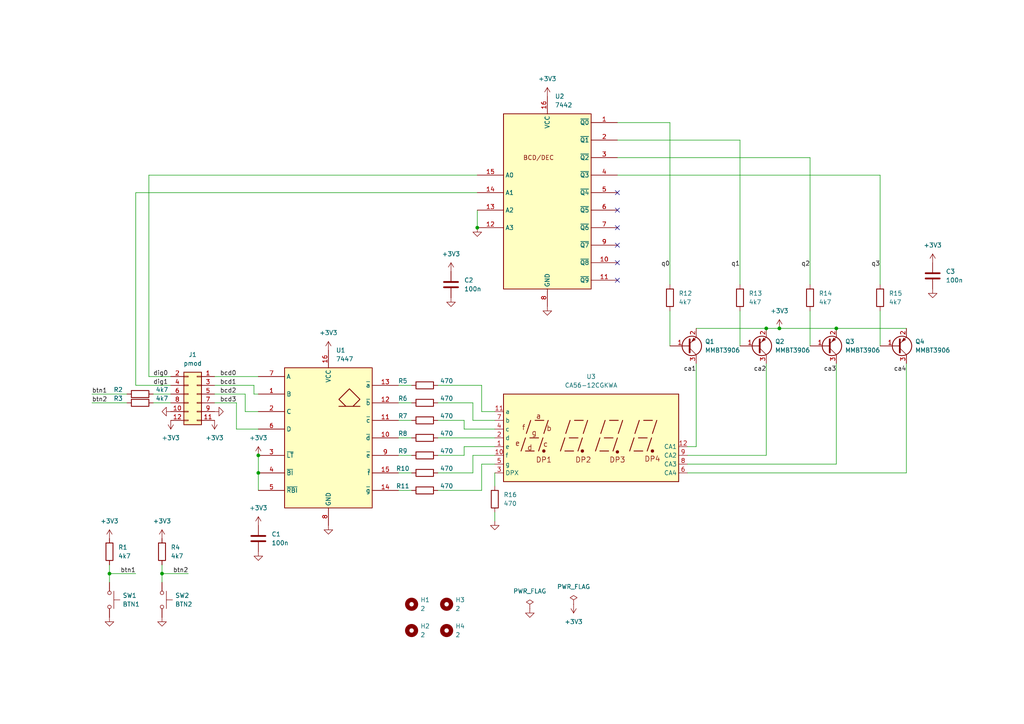
<source format=kicad_sch>
(kicad_sch (version 20230121) (generator eeschema)
  (paper "A4")
  (title_block (title "7-Sement Display PMOD module") (date "2023-12-17") (rev "1.0") (company "S59MZ"))
  (lib_symbols
    (symbol "7442_1"
      (property "Reference" "U" (at 12.7 27.94 0))
      (property "Value" "7442" (at 17.78 -30.48 0))
      (symbol "7442_1_0_0"
        (rectangle (start -12.7 25.4) (end 12.7 -25.4) (stroke (width 0.254)) (fill (type background)))
        (text "BCD/DEC" (at -2.54 12.7 0) (effects (font (size 1.27 1.27))))
        (pin power_in line (at 0 30.48 270) (length 5.08) (name "VCC") (number "16"))
        (pin power_in line (at 0 -30.48 90) (length 5.08) (name "GND") (number "8"))
      )
      (symbol "7442_1_1_1"
        (pin output line (at 20.32 22.86 180) (length 7.62) (name "~{Q0}") (number "1"))
        (pin output line (at 20.32 -17.78 180) (length 7.62) (name "~{Q8}") (number "10"))
        (pin output line (at 20.32 -22.86 180) (length 7.62) (name "~{Q9}") (number "11"))
        (pin input line (at -20.32 -7.62 0) (length 7.62) (name "A3") (number "12"))
        (pin input line (at -20.32 -2.54 0) (length 7.62) (name "A2") (number "13"))
        (pin input line (at -20.32 2.54 0) (length 7.62) (name "A1") (number "14"))
        (pin input line (at -20.32 7.62 0) (length 7.62) (name "A0") (number "15"))
        (pin output line (at 20.32 17.78 180) (length 7.62) (name "~{Q1}") (number "2"))
        (pin output line (at 20.32 12.7 180) (length 7.62) (name "~{Q2}") (number "3"))
        (pin output line (at 20.32 7.62 180) (length 7.62) (name "~{Q3}") (number "4"))
        (pin output line (at 20.32 2.54 180) (length 7.62) (name "~{Q4}") (number "5"))
        (pin output line (at 20.32 -2.54 180) (length 7.62) (name "~{Q5}") (number "6"))
        (pin output line (at 20.32 -7.62 180) (length 7.62) (name "~{Q6}") (number "7"))
        (pin output line (at 20.32 -12.7 180) (length 7.62) (name "~{Q7}") (number "9"))
      )
    )
    (symbol "74xx_IEEE:7447"
      (property "Reference" "U" (at 3.81 11.43 0))
      (property "Value" "7447" (at 6.35 -11.43 0))
      (symbol "7447_0_0"
        (rectangle (start -12.7 20.32) (end 12.7 -20.32) (stroke (width 0.254)) (fill (type background)))
        (polyline (pts (xy 7.112 9.144) (xy 9.144 11.176) (xy 6.096 14.224) (xy 3.048 11.176) (xy 5.08 9.144) (xy 3.048 9.144) (xy 9.144 9.144) (xy 9.144 9.144)) (stroke (width 0.254)) (fill (type background)))
        (pin power_in line (at 0 25.4 270) (length 5.08) (name "VCC") (number "16"))
        (pin power_in line (at 0 -25.4 90) (length 5.08) (name "GND") (number "8"))
      )
      (symbol "7447_1_1"
        (pin input line (at -20.32 12.7 0) (length 7.62) (name "B") (number "1"))
        (pin open_collector line (at 20.32 0 180) (length 7.62) (name "~{d}") (number "10"))
        (pin open_collector line (at 20.32 5.08 180) (length 7.62) (name "~{c}") (number "11"))
        (pin open_collector line (at 20.32 10.16 180) (length 7.62) (name "~{b}") (number "12"))
        (pin open_collector line (at 20.32 15.24 180) (length 7.62) (name "~{a}") (number "13"))
        (pin open_collector line (at 20.32 -15.24 180) (length 7.62) (name "~{g}") (number "14"))
        (pin open_collector line (at 20.32 -10.16 180) (length 7.62) (name "~{f}") (number "15"))
        (pin input line (at -20.32 7.62 0) (length 7.62) (name "C") (number "2"))
        (pin input line (at -20.32 -5.08 0) (length 7.62) (name "~{LT}") (number "3"))
        (pin input line (at -20.32 -10.16 0) (length 7.62) (name "~{BI}") (number "4"))
        (pin input line (at -20.32 -15.24 0) (length 7.62) (name "~{RBI}") (number "5"))
        (pin input line (at -20.32 2.54 0) (length 7.62) (name "D") (number "6"))
        (pin input line (at -20.32 17.78 0) (length 7.62) (name "A") (number "7"))
        (pin open_collector line (at 20.32 -5.08 180) (length 7.62) (name "~{e}") (number "9"))
      )
    )
    (symbol "Connector_Generic:Conn_02x06_Odd_Even" (pin_names (offset 1.016) hide)
      (property "Reference" "J" (at 1.27 7.62 0))
      (property "Value" "Conn_02x06_Odd_Even" (at 1.27 -10.16 0))
      (symbol "Conn_02x06_Odd_Even_1_1"
        (rectangle (start -1.27 -7.493) (end 0 -7.747) (stroke (width 0.1524)))
        (rectangle (start -1.27 -4.953) (end 0 -5.207) (stroke (width 0.1524)))
        (rectangle (start -1.27 -2.413) (end 0 -2.667) (stroke (width 0.1524)))
        (rectangle (start -1.27 0.127) (end 0 -0.127) (stroke (width 0.1524)))
        (rectangle (start -1.27 2.667) (end 0 2.413) (stroke (width 0.1524)))
        (rectangle (start -1.27 5.207) (end 0 4.953) (stroke (width 0.1524)))
        (rectangle (start -1.27 6.35) (end 3.81 -8.89) (stroke (width 0.254)) (fill (type background)))
        (rectangle (start 3.81 -7.493) (end 2.54 -7.747) (stroke (width 0.1524)))
        (rectangle (start 3.81 -4.953) (end 2.54 -5.207) (stroke (width 0.1524)))
        (rectangle (start 3.81 -2.413) (end 2.54 -2.667) (stroke (width 0.1524)))
        (rectangle (start 3.81 0.127) (end 2.54 -0.127) (stroke (width 0.1524)))
        (rectangle (start 3.81 2.667) (end 2.54 2.413) (stroke (width 0.1524)))
        (rectangle (start 3.81 5.207) (end 2.54 4.953) (stroke (width 0.1524)))
        (pin passive line (at -5.08 5.08 0) (length 3.81) (name "Pin_1") (number "1"))
        (pin passive line (at 7.62 -5.08 180) (length 3.81) (name "Pin_10") (number "10"))
        (pin passive line (at -5.08 -7.62 0) (length 3.81) (name "Pin_11") (number "11"))
        (pin passive line (at 7.62 -7.62 180) (length 3.81) (name "Pin_12") (number "12"))
        (pin passive line (at 7.62 5.08 180) (length 3.81) (name "Pin_2") (number "2"))
        (pin passive line (at -5.08 2.54 0) (length 3.81) (name "Pin_3") (number "3"))
        (pin passive line (at 7.62 2.54 180) (length 3.81) (name "Pin_4") (number "4"))
        (pin passive line (at -5.08 0 0) (length 3.81) (name "Pin_5") (number "5"))
        (pin passive line (at 7.62 0 180) (length 3.81) (name "Pin_6") (number "6"))
        (pin passive line (at -5.08 -2.54 0) (length 3.81) (name "Pin_7") (number "7"))
        (pin passive line (at 7.62 -2.54 180) (length 3.81) (name "Pin_8") (number "8"))
        (pin passive line (at -5.08 -5.08 0) (length 3.81) (name "Pin_9") (number "9"))
      )
    )
    (symbol "Device:C" (pin_numbers hide) (pin_names (offset 0.254))
      (property "Reference" "C" (at 0.635 2.54 0))
      (property "Value" "C" (at 0.635 -2.54 0))
      (symbol "C_0_1"
        (polyline (pts (xy -2.032 -0.762) (xy 2.032 -0.762)) (stroke (width 0.508)))
        (polyline (pts (xy -2.032 0.762) (xy 2.032 0.762)) (stroke (width 0.508)))
      )
      (symbol "C_1_1"
        (pin passive line (at 0 3.81 270) (length 2.794) (name "~") (number "1"))
        (pin passive line (at 0 -3.81 90) (length 2.794) (name "~") (number "2"))
      )
    )
    (symbol "Device:R" (pin_numbers hide) (pin_names (offset 0))
      (property "Reference" "R" (at 2.032 0 90))
      (property "Value" "R" (at 0 0 90))
      (symbol "R_0_1"
        (rectangle (start -1.016 -2.54) (end 1.016 2.54) (stroke (width 0.254)))
      )
      (symbol "R_1_1"
        (pin passive line (at 0 3.81 270) (length 1.27) (name "~") (number "1"))
        (pin passive line (at 0 -3.81 90) (length 1.27) (name "~") (number "2"))
      )
    )
    (symbol "Display_Character:CA56-12CGKWA"
      (property "Reference" "U1" (at 0 17.78 0))
      (property "Value" "CA56-12CGKWA" (at 0 15.24 0))
      (symbol "CA56-12CGKWA_0_0"
        (rectangle (start -25.4 12.7) (end 25.4 -12.7) (stroke (width 0.254)) (fill (type background)))
        (polyline (pts (xy -20.32 -3.81) (xy -19.05 0)) (stroke (width 0.254)))
        (polyline (pts (xy -19.05 -3.81) (xy -16.51 -3.81)) (stroke (width 0.254)))
        (polyline (pts (xy -18.796 1.27) (xy -17.526 5.08)) (stroke (width 0.254)))
        (polyline (pts (xy -17.78 0) (xy -15.24 0)) (stroke (width 0.254)))
        (polyline (pts (xy -16.256 5.08) (xy -13.716 5.08)) (stroke (width 0.254)))
        (polyline (pts (xy -15.24 -3.81) (xy -13.97 0)) (stroke (width 0.254)))
        (polyline (pts (xy -13.716 1.27) (xy -12.446 5.08)) (stroke (width 0.254)))
        (polyline (pts (xy -8.89 -3.81) (xy -7.62 0)) (stroke (width 0.254)))
        (polyline (pts (xy -7.62 -3.81) (xy -5.08 -3.81)) (stroke (width 0.254)))
        (polyline (pts (xy -7.366 1.27) (xy -6.096 5.08)) (stroke (width 0.254)))
        (polyline (pts (xy -6.35 0) (xy -3.81 0)) (stroke (width 0.254)))
        (polyline (pts (xy -4.826 5.08) (xy -2.286 5.08)) (stroke (width 0.254)))
        (polyline (pts (xy -3.81 -3.81) (xy -2.54 0)) (stroke (width 0.254)))
        (polyline (pts (xy -2.286 1.27) (xy -1.016 5.08)) (stroke (width 0.254)))
        (polyline (pts (xy 1.27 -3.81) (xy 2.54 0)) (stroke (width 0.254)))
        (polyline (pts (xy 2.54 -3.81) (xy 5.08 -3.81)) (stroke (width 0.254)))
        (polyline (pts (xy 2.794 1.27) (xy 4.064 5.08)) (stroke (width 0.254)))
        (polyline (pts (xy 3.81 0) (xy 6.35 0)) (stroke (width 0.254)))
        (polyline (pts (xy 5.334 5.08) (xy 7.874 5.08)) (stroke (width 0.254)))
        (polyline (pts (xy 6.35 -3.81) (xy 7.62 0)) (stroke (width 0.254)))
        (polyline (pts (xy 7.874 1.27) (xy 9.144 5.08)) (stroke (width 0.254)))
        (polyline (pts (xy 11.176 -3.81) (xy 12.446 0)) (stroke (width 0.254)))
        (polyline (pts (xy 12.446 -3.81) (xy 14.986 -3.81)) (stroke (width 0.254)))
        (polyline (pts (xy 12.7 1.27) (xy 13.97 5.08)) (stroke (width 0.254)))
        (polyline (pts (xy 13.716 0) (xy 16.256 0)) (stroke (width 0.254)))
        (polyline (pts (xy 15.24 5.08) (xy 17.78 5.08)) (stroke (width 0.254)))
        (polyline (pts (xy 16.256 -3.81) (xy 17.526 0)) (stroke (width 0.254)))
        (polyline (pts (xy 17.78 1.27) (xy 19.05 5.08)) (stroke (width 0.254)))
        (text "a" (at -15.24 6.35 0) (effects (font (size 1.524 1.524))))
        (text "b" (at -12.192 2.794 0) (effects (font (size 1.524 1.524))))
        (text "c" (at -13.208 -1.778 0) (effects (font (size 1.524 1.524))))
        (text "d" (at -17.78 -2.794 0) (effects (font (size 1.524 1.524))))
        (text "DP1" (at -13.716 -6.35 0) (effects (font (size 1.524 1.524))))
        (text "DP2" (at -2.286 -6.35 0) (effects (font (size 1.524 1.524))))
        (text "DP3" (at 7.62 -6.35 0) (effects (font (size 1.524 1.524))))
        (text "DP4" (at 17.78 -6.096 0) (effects (font (size 1.524 1.524))))
        (text "e" (at -21.336 -1.524 0) (effects (font (size 1.524 1.524))))
        (text "f" (at -19.558 3.048 0) (effects (font (size 1.524 1.524))))
        (text "g" (at -16.51 1.524 0) (effects (font (size 1.524 1.524))))
      )
      (symbol "CA56-12CGKWA_0_1"
        (circle (center -13.716 -3.81) (radius 0.3556) (stroke (width 0.254)) (fill (type outline)))
        (circle (center -2.54 -3.81) (radius 0.3556) (stroke (width 0.254)) (fill (type outline)))
      )
      (symbol "CA56-12CGKWA_1_0"
        (circle (center 7.62 -4.064) (radius 0.3556) (stroke (width 0.254)) (fill (type outline)))
        (circle (center 17.78 -3.81) (radius 0.3556) (stroke (width 0.254)) (fill (type outline)))
      )
      (symbol "CA56-12CGKWA_1_1"
        (pin passive line (at -27.94 -2.54 0) (length 2.54) (name "e") (number "1"))
        (pin passive line (at -27.94 -5.08 0) (length 2.54) (name "f") (number "10"))
        (pin passive line (at -27.94 7.62 0) (length 2.54) (name "a") (number "11"))
        (pin input line (at 27.94 -2.54 180) (length 2.54) (name "CA1") (number "12"))
        (pin passive line (at -27.94 0 0) (length 2.54) (name "d") (number "2"))
        (pin passive line (at -27.94 -10.16 0) (length 2.54) (name "DPX") (number "3"))
        (pin passive line (at -27.94 2.54 0) (length 2.54) (name "c") (number "4"))
        (pin passive line (at -27.94 -7.62 0) (length 2.54) (name "g") (number "5"))
        (pin input line (at 27.94 -10.16 180) (length 2.54) (name "CA4") (number "6"))
        (pin passive line (at -27.94 5.08 0) (length 2.54) (name "b") (number "7"))
        (pin input line (at 27.94 -7.62 180) (length 2.54) (name "CA3") (number "8"))
        (pin input line (at 27.94 -5.08 180) (length 2.54) (name "CA2") (number "9"))
      )
    )
    (symbol "Mechanical:MountingHole" (pin_names (offset 1.016))
      (property "Reference" "H" (at 0 5.08 0))
      (property "Value" "MountingHole" (at 0 3.175 0))
      (symbol "MountingHole_0_1"
        (circle (center 0 0) (radius 1.27) (stroke (width 1.27)))
      )
    )
    (symbol "PWR_FLAG_1" (power) (pin_numbers hide) (pin_names (offset 0) hide)
      (property "Value" "PWR_FLAG_1" (at 0 3.81 0))
      (symbol "PWR_FLAG_1_0_0"
        (pin power_out line (at 0 0 90) (length 0) (name "pwr") (number "1"))
      )
      (symbol "PWR_FLAG_1_0_1"
        (polyline (pts (xy 0 0) (xy 0 1.27) (xy -1.016 1.905) (xy 0 2.54) (xy 1.016 1.905) (xy 0 1.27)))
      )
    )
    (symbol "Switch:SW_Push" (pin_numbers hide) (pin_names (offset 1.016) hide)
      (property "Reference" "SW" (at 1.27 2.54 0))
      (property "Value" "SW_Push" (at 0 -1.524 0))
      (symbol "SW_Push_0_1"
        (circle (center -2.032 0) (radius 0.508))
        (polyline (pts (xy 0 1.27) (xy 0 3.048)))
        (polyline (pts (xy 2.54 1.27) (xy -2.54 1.27)))
        (circle (center 2.032 0) (radius 0.508))
        (pin passive line (at -5.08 0 0) (length 2.54) (name "1") (number "1"))
        (pin passive line (at 5.08 0 180) (length 2.54) (name "2") (number "2"))
      )
    )
    (symbol "Transistor_BJT:MMBT3906" (pin_names (offset 0) hide)
      (property "Reference" "Q" (at 5.08 1.905 0))
      (property "Value" "MMBT3906" (at 5.08 0 0))
      (symbol "MMBT3906_0_1"
        (polyline (pts (xy 0.635 0.635) (xy 2.54 2.54)))
        (polyline (pts (xy 0.635 -0.635) (xy 2.54 -2.54) (xy 2.54 -2.54)))
        (polyline (pts (xy 0.635 1.905) (xy 0.635 -1.905) (xy 0.635 -1.905)) (stroke (width 0.508)))
        (polyline (pts (xy 2.286 -1.778) (xy 1.778 -2.286) (xy 1.27 -1.27) (xy 2.286 -1.778) (xy 2.286 -1.778)) (fill (type outline)))
        (circle (center 1.27 0) (radius 2.8194) (stroke (width 0.254)))
      )
      (symbol "MMBT3906_1_1"
        (pin input line (at -5.08 0 0) (length 5.715) (name "B") (number "1"))
        (pin passive line (at 2.54 -5.08 90) (length 2.54) (name "E") (number "2"))
        (pin passive line (at 2.54 5.08 270) (length 2.54) (name "C") (number "3"))
      )
    )
    (symbol "power:+3V3" (power) (pin_names (offset 0))
      (property "Value" "+3V3" (at 0 3.556 0))
      (symbol "+3V3_0_1"
        (polyline (pts (xy -0.762 1.27) (xy 0 2.54)))
        (polyline (pts (xy 0 0) (xy 0 2.54)))
        (polyline (pts (xy 0 2.54) (xy 0.762 1.27)))
      )
      (symbol "+3V3_1_1"
        (pin power_in line (at 0 0 90) (length 0) hide (name "+3V3") (number "1"))
      )
    )
    (symbol "power:GND" (power) (pin_names (offset 0))
      (property "Value" "GND" (at 0 -3.81 0))
      (symbol "GND_0_1"
        (polyline (pts (xy 0 0) (xy 0 -1.27) (xy 1.27 -1.27) (xy 0 -2.54) (xy -1.27 -1.27) (xy 0 -1.27)))
      )
      (symbol "GND_1_1"
        (pin power_in line (at 0 0 270) (length 0) hide (name "GND") (number "1"))
      )
    )
  )
  (junction (at 31.75 166.37))
  (junction (at 222.25 95.25))
  (junction (at 226.06 95.25))
  (junction (at 74.93 132.08))
  (junction (at 46.99 166.37))
  (junction (at 74.93 137.16))
  (junction (at 138.43 66.04))
  (junction (at 242.57 95.25))
  (no_connect (at 179.07 55.88))
  (no_connect (at 179.07 81.28))
  (no_connect (at 179.07 66.04))
  (no_connect (at 179.07 71.12))
  (no_connect (at 179.07 76.2))
  (no_connect (at 179.07 60.96))
  (wire (pts (xy 115.57 127) (xy 119.38 127)))
  (wire (pts (xy 143.51 129.54) (xy 134.62 129.54)))
  (wire (pts (xy 119.38 111.76) (xy 115.57 111.76)))
  (wire (pts (xy 62.23 109.22) (xy 74.93 109.22)))
  (wire (pts (xy 62.23 111.76) (xy 73.66 111.76)))
  (wire (pts (xy 39.37 111.76) (xy 49.53 111.76)))
  (wire (pts (xy 255.27 50.8) (xy 255.27 82.55)))
  (wire (pts (xy 134.62 132.08) (xy 127 132.08)))
  (wire (pts (xy 234.95 45.72) (xy 234.95 82.55)))
  (wire (pts (xy 44.45 114.3) (xy 49.53 114.3)))
  (wire (pts (xy 137.16 137.16) (xy 137.16 132.08)))
  (wire (pts (xy 46.99 166.37) (xy 54.61 166.37)))
  (wire (pts (xy 74.93 132.08) (xy 74.93 137.16)))
  (wire (pts (xy 43.18 109.22) (xy 49.53 109.22)))
  (wire (pts (xy 73.66 114.3) (xy 73.66 111.76)))
  (wire (pts (xy 134.62 129.54) (xy 134.62 132.08)))
  (wire (pts (xy 46.99 163.83) (xy 46.99 166.37)))
  (wire (pts (xy 179.07 35.56) (xy 194.31 35.56)))
  (wire (pts (xy 134.62 124.46) (xy 134.62 121.92)))
  (wire (pts (xy 139.7 134.62) (xy 139.7 142.24)))
  (wire (pts (xy 201.93 95.25) (xy 222.25 95.25)))
  (wire (pts (xy 127 127) (xy 143.51 127)))
  (wire (pts (xy 46.99 166.37) (xy 46.99 168.91)))
  (wire (pts (xy 68.58 124.46) (xy 68.58 116.84)))
  (wire (pts (xy 179.07 40.64) (xy 214.63 40.64)))
  (wire (pts (xy 115.57 121.92) (xy 119.38 121.92)))
  (wire (pts (xy 179.07 50.8) (xy 255.27 50.8)))
  (wire (pts (xy 242.57 134.62) (xy 199.39 134.62)))
  (wire (pts (xy 31.75 166.37) (xy 31.75 168.91)))
  (wire (pts (xy 143.51 121.92) (xy 137.16 121.92)))
  (wire (pts (xy 127 121.92) (xy 134.62 121.92)))
  (wire (pts (xy 222.25 105.41) (xy 222.25 132.08)))
  (wire (pts (xy 143.51 151.13) (xy 143.51 148.59)))
  (wire (pts (xy 143.51 119.38) (xy 139.7 119.38)))
  (wire (pts (xy 222.25 132.08) (xy 199.39 132.08)))
  (wire (pts (xy 242.57 105.41) (xy 242.57 134.62)))
  (wire (pts (xy 44.45 116.84) (xy 49.53 116.84)))
  (wire (pts (xy 138.43 60.96) (xy 138.43 66.04)))
  (wire (pts (xy 137.16 132.08) (xy 143.51 132.08)))
  (wire (pts (xy 119.38 132.08) (xy 115.57 132.08)))
  (wire (pts (xy 43.18 50.8) (xy 43.18 109.22)))
  (wire (pts (xy 143.51 124.46) (xy 134.62 124.46)))
  (wire (pts (xy 74.93 124.46) (xy 68.58 124.46)))
  (wire (pts (xy 26.67 116.84) (xy 36.83 116.84)))
  (wire (pts (xy 138.43 50.8) (xy 43.18 50.8)))
  (wire (pts (xy 26.67 114.3) (xy 36.83 114.3)))
  (wire (pts (xy 242.57 95.25) (xy 262.89 95.25)))
  (wire (pts (xy 179.07 45.72) (xy 234.95 45.72)))
  (wire (pts (xy 139.7 119.38) (xy 139.7 111.76)))
  (wire (pts (xy 71.12 119.38) (xy 71.12 114.3)))
  (wire (pts (xy 214.63 90.17) (xy 214.63 100.33)))
  (wire (pts (xy 74.93 119.38) (xy 71.12 119.38)))
  (wire (pts (xy 234.95 90.17) (xy 234.95 100.33)))
  (wire (pts (xy 31.75 163.83) (xy 31.75 166.37)))
  (wire (pts (xy 143.51 140.97) (xy 143.51 137.16)))
  (wire (pts (xy 226.06 95.25) (xy 242.57 95.25)))
  (wire (pts (xy 139.7 111.76) (xy 127 111.76)))
  (wire (pts (xy 74.93 114.3) (xy 73.66 114.3)))
  (wire (pts (xy 119.38 142.24) (xy 115.57 142.24)))
  (wire (pts (xy 214.63 40.64) (xy 214.63 82.55)))
  (wire (pts (xy 194.31 35.56) (xy 194.31 82.55)))
  (wire (pts (xy 143.51 134.62) (xy 139.7 134.62)))
  (wire (pts (xy 201.93 105.41) (xy 201.93 129.54)))
  (wire (pts (xy 201.93 129.54) (xy 199.39 129.54)))
  (wire (pts (xy 137.16 121.92) (xy 137.16 116.84)))
  (wire (pts (xy 115.57 116.84) (xy 119.38 116.84)))
  (wire (pts (xy 262.89 137.16) (xy 199.39 137.16)))
  (wire (pts (xy 138.43 55.88) (xy 39.37 55.88)))
  (wire (pts (xy 255.27 90.17) (xy 255.27 100.33)))
  (wire (pts (xy 115.57 137.16) (xy 119.38 137.16)))
  (wire (pts (xy 127 116.84) (xy 137.16 116.84)))
  (wire (pts (xy 31.75 166.37) (xy 39.37 166.37)))
  (wire (pts (xy 74.93 137.16) (xy 74.93 142.24)))
  (wire (pts (xy 39.37 55.88) (xy 39.37 111.76)))
  (wire (pts (xy 194.31 90.17) (xy 194.31 100.33)))
  (wire (pts (xy 62.23 116.84) (xy 68.58 116.84)))
  (wire (pts (xy 222.25 95.25) (xy 226.06 95.25)))
  (wire (pts (xy 127 137.16) (xy 137.16 137.16)))
  (wire (pts (xy 139.7 142.24) (xy 127 142.24)))
  (wire (pts (xy 62.23 114.3) (xy 71.12 114.3)))
  (wire (pts (xy 262.89 105.41) (xy 262.89 137.16)))
  (label "btn1" (at 39.37 166.37 180))
  (label "ca1" (at 201.93 107.95 180))
  (label "btn1" (at 26.67 114.3 0))
  (label "ca3" (at 242.57 107.95 180))
  (label "q0" (at 194.31 77.47 180))
  (label "btn2" (at 26.67 116.84 0))
  (label "bcd2" (at 68.58 114.3 180))
  (label "q3" (at 255.27 77.47 180))
  (label "q1" (at 214.63 77.47 180))
  (label "bcd1" (at 68.58 111.76 180))
  (label "dig0" (at 44.45 109.22 0))
  (label "q2" (at 234.95 77.47 180))
  (label "bcd0" (at 68.58 109.22 180))
  (label "ca4" (at 262.89 107.95 180))
  (label "dig1" (at 44.45 111.76 0))
  (label "btn2" (at 54.61 166.37 180))
  (label "bcd3" (at 68.58 116.84 180))
  (label "ca2" (at 222.25 107.95 180))
  (symbol (lib_id "Device:R") (at 123.19 137.16 270) (unit 1)
    (property "Reference" "R10" (at 116.84 135.89 90))
    (property "Value" "470" (at 129.54 135.89 90))
    (property "Footprint" "Resistor_SMD:R_0603_1608Metric_Pad0.98x0.95mm_HandSolder" (effects hide))
  )
  (symbol (lib_id "Device:C") (at 74.93 156.21 0) (unit 1)
    (property "Reference" "C1" (at 78.74 154.9399 0) (effects (justify left)))
    (property "Value" "100n" (at 78.74 157.4799 0) (effects (justify left)))
    (property "Footprint" "Capacitor_SMD:C_0603_1608Metric_Pad1.08x0.95mm_HandSolder" (effects hide))
  )
  (symbol (lib_id "power:GND") (at 31.75 179.07 0) (unit 1)
    (property "Reference" "#PWR02" (effects hide))
    (property "Value" "GND" (effects hide))
  )
  (symbol (lib_id "Connector_Generic:Conn_02x06_Odd_Even") (at 57.15 114.3 0) (mirror y) (unit 1)
    (property "Reference" "J1" (at 55.88 102.87 0))
    (property "Value" "pmod" (at 55.88 105.41 0))
    (property "Footprint" "Library:PinHeader_2x06_P2.54mm_Horizontal" (effects hide))
  )
  (symbol (lib_id "Mechanical:MountingHole") (at 119.38 182.88 0) (unit 1)
    (property "Reference" "H2" (at 121.92 181.6099 0) (effects (justify left)))
    (property "Value" "2" (at 121.92 184.1499 0) (effects (justify left)))
    (property "Footprint" "MountingHole:MountingHole_2.2mm_M2" (effects hide))
  )
  (symbol (lib_id "Device:R") (at 31.75 160.02 0) (unit 1)
    (property "Reference" "R1" (at 34.29 158.75 0) (effects (justify left)))
    (property "Value" "4k7" (at 34.29 161.29 0) (effects (justify left)))
    (property "Footprint" "Resistor_SMD:R_0603_1608Metric_Pad0.98x0.95mm_HandSolder" (effects hide))
  )
  (symbol (lib_id "Device:R") (at 123.19 142.24 270) (unit 1)
    (property "Reference" "R11" (at 116.84 140.97 90))
    (property "Value" "470" (at 129.54 140.97 90))
    (property "Footprint" "Resistor_SMD:R_0603_1608Metric_Pad0.98x0.95mm_HandSolder" (effects hide))
  )
  (symbol (lib_id "Device:R") (at 40.64 116.84 270) (unit 1)
    (property "Reference" "R3" (at 34.29 115.57 90))
    (property "Value" "4k7" (at 46.99 115.57 90))
    (property "Footprint" "Resistor_SMD:R_0603_1608Metric_Pad0.98x0.95mm_HandSolder" (effects hide))
  )
  (symbol (lib_id "power:+3V3") (at 74.93 132.08 0) (unit 1)
    (property "Reference" "#PWR09" (effects hide))
    (property "Value" "+3V3" (at 74.93 127 0))
  )
  (symbol (lib_id "power:+3V3") (at 46.99 156.21 0) (unit 1)
    (property "Reference" "#PWR03" (effects hide))
    (property "Value" "+3V3" (at 46.99 151.13 0))
  )
  (symbol (lib_id "Device:R") (at 123.19 111.76 270) (unit 1)
    (property "Reference" "R5" (at 116.84 110.49 90))
    (property "Value" "470" (at 129.54 110.49 90))
    (property "Footprint" "Resistor_SMD:R_0603_1608Metric_Pad0.98x0.95mm_HandSolder" (effects hide))
  )
  (symbol (lib_id "power:GND") (at 95.25 152.4 0) (unit 1)
    (property "Reference" "#PWR013" (effects hide))
    (property "Value" "GND" (effects hide))
  )
  (symbol (lib_name "7442_1") (lib_id "74xx_IEEE:7442") (at 158.75 58.42 0) (unit 1)
    (property "Reference" "U2" (at 160.9441 27.94 0) (effects (justify left)))
    (property "Value" "7442" (at 160.9441 30.48 0) (effects (justify left)))
    (property "Footprint" "Package_DIP:DIP-16_W7.62mm_LongPads" (effects hide))
  )
  (symbol (lib_id "Switch:SW_Push") (at 46.99 173.99 270) (unit 1)
    (property "Reference" "SW2" (at 50.8 172.72 90) (effects (justify left)))
    (property "Value" "BTN2" (at 50.8 175.26 90) (effects (justify left)))
    (property "Footprint" "Button_Switch_THT:SW_PUSH_6mm" (effects hide))
  )
  (symbol (lib_id "Device:R") (at 123.19 132.08 270) (unit 1)
    (property "Reference" "R9" (at 116.84 130.81 90))
    (property "Value" "470" (at 129.54 130.81 90))
    (property "Footprint" "Resistor_SMD:R_0603_1608Metric_Pad0.98x0.95mm_HandSolder" (effects hide))
  )
  (symbol (lib_id "power:GND") (at 74.93 160.02 0) (unit 1)
    (property "Reference" "#PWR011" (effects hide))
    (property "Value" "GND" (effects hide))
  )
  (symbol (lib_id "Display_Character:CA56-12CGKWA") (at 171.45 127 0) (unit 1)
    (property "Reference" "U3" (at 171.45 109.22 0))
    (property "Value" "CA56-12CGKWA" (at 171.45 111.76 0))
    (property "Footprint" "Display_7Segment:CA56-12CGKWA" (effects hide))
    (property "Datasheet" "http://www.kingbright.com/attachments/file/psearch/000/00/00/CA56-12CGKWA(Ver.9A).pdf" (effects hide))
  )
  (symbol (lib_id "power:GND") (at 46.99 179.07 0) (unit 1)
    (property "Reference" "#PWR04" (effects hide))
    (property "Value" "GND" (effects hide))
  )
  (symbol (lib_id "Device:R") (at 194.31 86.36 0) (unit 1)
    (property "Reference" "R12" (at 196.85 85.09 0) (effects (justify left)))
    (property "Value" "4k7" (at 196.85 87.63 0) (effects (justify left)))
    (property "Footprint" "Resistor_SMD:R_0603_1608Metric_Pad0.98x0.95mm_HandSolder" (effects hide))
  )
  (symbol (lib_id "power:GND") (at 153.67 176.53 0) (unit 1)
    (property "Reference" "#PWR018" (effects hide))
    (property "Value" "GND" (effects hide))
  )
  (symbol (lib_id "power:GND") (at 130.81 86.36 0) (unit 1)
    (property "Reference" "#PWR015" (effects hide))
    (property "Value" "GND" (effects hide))
  )
  (symbol (lib_id "Device:C") (at 270.51 80.01 0) (unit 1)
    (property "Reference" "C3" (at 274.32 78.7399 0) (effects (justify left)))
    (property "Value" "100n" (at 274.32 81.2799 0) (effects (justify left)))
    (property "Footprint" "Capacitor_SMD:C_0603_1608Metric_Pad1.08x0.95mm_HandSolder" (effects hide))
  )
  (symbol (lib_id "Device:C") (at 130.81 82.55 0) (unit 1)
    (property "Reference" "C2" (at 134.62 81.2799 0) (effects (justify left)))
    (property "Value" "100n" (at 134.62 83.8199 0) (effects (justify left)))
    (property "Footprint" "Capacitor_SMD:C_0603_1608Metric_Pad1.08x0.95mm_HandSolder" (effects hide))
  )
  (symbol (lib_id "Device:R") (at 123.19 116.84 270) (unit 1)
    (property "Reference" "R6" (at 116.84 115.57 90))
    (property "Value" "470" (at 129.54 115.57 90))
    (property "Footprint" "Resistor_SMD:R_0603_1608Metric_Pad0.98x0.95mm_HandSolder" (effects hide))
  )
  (symbol (lib_id "power:GND") (at 270.51 83.82 0) (unit 1)
    (property "Reference" "#PWR024" (effects hide))
    (property "Value" "GND" (effects hide))
  )
  (symbol (lib_id "power:+3V3") (at 95.25 101.6 0) (unit 1)
    (property "Reference" "#PWR012" (effects hide))
    (property "Value" "+3V3" (at 95.25 96.52 0))
  )
  (symbol (lib_id "Device:R") (at 46.99 160.02 0) (unit 1)
    (property "Reference" "R4" (at 49.53 158.75 0) (effects (justify left)))
    (property "Value" "4k7" (at 49.53 161.29 0) (effects (justify left)))
    (property "Footprint" "Resistor_SMD:R_0603_1608Metric_Pad0.98x0.95mm_HandSolder" (effects hide))
  )
  (symbol (lib_id "power:+3V3") (at 270.51 76.2 0) (unit 1)
    (property "Reference" "#PWR023" (effects hide))
    (property "Value" "+3V3" (at 270.51 71.12 0))
  )
  (symbol (lib_id "power:+3V3") (at 62.23 121.92 180) (unit 1)
    (property "Reference" "#PWR08" (effects hide))
    (property "Value" "+3V3" (at 62.23 127 0))
  )
  (symbol (lib_name "PWR_FLAG_1") (lib_id "power:PWR_FLAG") (at 166.37 175.26 0) (unit 1)
    (property "Reference" "#FLG02" (effects hide))
    (property "Value" "PWR_FLAG" (at 166.37 170.18 0))
  )
  (symbol (lib_id "Device:R") (at 40.64 114.3 270) (unit 1)
    (property "Reference" "R2" (at 34.29 113.03 90))
    (property "Value" "4k7" (at 46.99 113.03 90))
    (property "Footprint" "Resistor_SMD:R_0603_1608Metric_Pad0.98x0.95mm_HandSolder" (effects hide))
  )
  (symbol (lib_id "power:+3V3") (at 31.75 156.21 0) (unit 1)
    (property "Reference" "#PWR01" (effects hide))
    (property "Value" "+3V3" (at 31.75 151.13 0))
  )
  (symbol (lib_id "Transistor_BJT:MMBT3906") (at 219.71 100.33 0) (mirror x) (unit 1)
    (property "Reference" "Q2" (at 224.79 99.0599 0) (effects (justify left)))
    (property "Value" "MMBT3906" (at 224.79 101.5999 0) (effects (justify left)))
    (property "Footprint" "Package_TO_SOT_SMD:SOT-23" (effects hide))
    (property "Datasheet" "https://www.onsemi.com/pub/Collateral/2N3906-D.PDF" (effects hide))
  )
  (symbol (lib_id "Device:R") (at 234.95 86.36 0) (unit 1)
    (property "Reference" "R14" (at 237.49 85.09 0) (effects (justify left)))
    (property "Value" "4k7" (at 237.49 87.63 0) (effects (justify left)))
    (property "Footprint" "Resistor_SMD:R_0603_1608Metric_Pad0.98x0.95mm_HandSolder" (effects hide))
  )
  (symbol (lib_id "power:GND") (at 49.53 119.38 270) (mirror x) (unit 1)
    (property "Reference" "#PWR05" (effects hide))
    (property "Value" "GND" (effects hide))
  )
  (symbol (lib_id "power:+3V3") (at 166.37 175.26 180) (unit 1)
    (property "Reference" "#PWR021" (effects hide))
    (property "Value" "+3V3" (at 166.37 180.34 0))
  )
  (symbol (lib_id "power:GND") (at 138.43 66.04 0) (unit 1)
    (property "Reference" "#PWR016" (effects hide))
    (property "Value" "GND" (effects hide))
  )
  (symbol (lib_id "power:+3V3") (at 74.93 152.4 0) (unit 1)
    (property "Reference" "#PWR010" (effects hide))
    (property "Value" "+3V3" (at 74.93 147.32 0))
  )
  (symbol (lib_id "Transistor_BJT:MMBT3906") (at 199.39 100.33 0) (mirror x) (unit 1)
    (property "Reference" "Q1" (at 204.47 99.0599 0) (effects (justify left)))
    (property "Value" "MMBT3906" (at 204.47 101.5999 0) (effects (justify left)))
    (property "Footprint" "Package_TO_SOT_SMD:SOT-23" (effects hide))
    (property "Datasheet" "https://www.onsemi.com/pub/Collateral/2N3906-D.PDF" (effects hide))
  )
  (symbol (lib_id "power:GND") (at 143.51 151.13 0) (unit 1)
    (property "Reference" "#PWR017" (effects hide))
    (property "Value" "GND" (effects hide))
  )
  (symbol (lib_id "Mechanical:MountingHole") (at 129.54 182.88 0) (unit 1)
    (property "Reference" "H4" (at 132.08 181.6099 0) (effects (justify left)))
    (property "Value" "2" (at 132.08 184.1499 0) (effects (justify left)))
    (property "Footprint" "MountingHole:MountingHole_2.2mm_M2" (effects hide))
  )
  (symbol (lib_id "power:+3V3") (at 158.75 27.94 0) (unit 1)
    (property "Reference" "#PWR019" (effects hide))
    (property "Value" "+3V3" (at 158.75 22.86 0))
  )
  (symbol (lib_id "Switch:SW_Push") (at 31.75 173.99 270) (unit 1)
    (property "Reference" "SW1" (at 35.56 172.72 90) (effects (justify left)))
    (property "Value" "BTN1" (at 35.56 175.26 90) (effects (justify left)))
    (property "Footprint" "Button_Switch_THT:SW_PUSH_6mm" (effects hide))
  )
  (symbol (lib_id "Device:R") (at 255.27 86.36 0) (unit 1)
    (property "Reference" "R15" (at 257.81 85.09 0) (effects (justify left)))
    (property "Value" "4k7" (at 257.81 87.63 0) (effects (justify left)))
    (property "Footprint" "Resistor_SMD:R_0603_1608Metric_Pad0.98x0.95mm_HandSolder" (effects hide))
  )
  (symbol (lib_id "Device:R") (at 214.63 86.36 0) (unit 1)
    (property "Reference" "R13" (at 217.17 85.09 0) (effects (justify left)))
    (property "Value" "4k7" (at 217.17 87.63 0) (effects (justify left)))
    (property "Footprint" "Resistor_SMD:R_0603_1608Metric_Pad0.98x0.95mm_HandSolder" (effects hide))
  )
  (symbol (lib_id "Transistor_BJT:MMBT3906") (at 260.35 100.33 0) (mirror x) (unit 1)
    (property "Reference" "Q4" (at 265.43 99.0599 0) (effects (justify left)))
    (property "Value" "MMBT3906" (at 265.43 101.5999 0) (effects (justify left)))
    (property "Footprint" "Package_TO_SOT_SMD:SOT-23" (effects hide))
    (property "Datasheet" "https://www.onsemi.com/pub/Collateral/2N3906-D.PDF" (effects hide))
  )
  (symbol (lib_id "power:+3V3") (at 49.53 121.92 180) (unit 1)
    (property "Reference" "#PWR06" (effects hide))
    (property "Value" "+3V3" (at 49.53 127 0))
  )
  (symbol (lib_id "Mechanical:MountingHole") (at 129.54 175.26 0) (unit 1)
    (property "Reference" "H3" (at 132.08 173.9899 0) (effects (justify left)))
    (property "Value" "2" (at 132.08 176.5299 0) (effects (justify left)))
    (property "Footprint" "MountingHole:MountingHole_2.2mm_M2" (effects hide))
  )
  (symbol (lib_id "Device:R") (at 123.19 127 270) (unit 1)
    (property "Reference" "R8" (at 116.84 125.73 90))
    (property "Value" "470" (at 129.54 125.73 90))
    (property "Footprint" "Resistor_SMD:R_0603_1608Metric_Pad0.98x0.95mm_HandSolder" (effects hide))
  )
  (symbol (lib_id "74xx_IEEE:7447") (at 95.25 127 0) (unit 1)
    (property "Reference" "U1" (at 97.4441 101.6 0) (effects (justify left)))
    (property "Value" "7447" (at 97.4441 104.14 0) (effects (justify left)))
    (property "Footprint" "Package_DIP:DIP-16_W7.62mm_LongPads" (effects hide))
  )
  (symbol (lib_name "PWR_FLAG_1") (lib_id "power:PWR_FLAG") (at 153.67 176.53 0) (unit 1)
    (property "Reference" "#FLG01" (effects hide))
    (property "Value" "PWR_FLAG" (at 153.67 171.45 0))
  )
  (symbol (lib_id "power:GND") (at 158.75 88.9 0) (unit 1)
    (property "Reference" "#PWR020" (effects hide))
    (property "Value" "GND" (effects hide))
  )
  (symbol (lib_id "Mechanical:MountingHole") (at 119.38 175.26 0) (unit 1)
    (property "Reference" "H1" (at 121.92 173.9899 0) (effects (justify left)))
    (property "Value" "2" (at 121.92 176.5299 0) (effects (justify left)))
    (property "Footprint" "MountingHole:MountingHole_2.2mm_M2" (effects hide))
  )
  (symbol (lib_id "Device:R") (at 143.51 144.78 0) (unit 1)
    (property "Reference" "R16" (at 146.05 143.51 0) (effects (justify left)))
    (property "Value" "470" (at 146.05 146.05 0) (effects (justify left)))
    (property "Footprint" "Resistor_SMD:R_0603_1608Metric_Pad0.98x0.95mm_HandSolder" (effects hide))
  )
  (symbol (lib_id "Transistor_BJT:MMBT3906") (at 240.03 100.33 0) (mirror x) (unit 1)
    (property "Reference" "Q3" (at 245.11 99.0599 0) (effects (justify left)))
    (property "Value" "MMBT3906" (at 245.11 101.5999 0) (effects (justify left)))
    (property "Footprint" "Package_TO_SOT_SMD:SOT-23" (effects hide))
    (property "Datasheet" "https://www.onsemi.com/pub/Collateral/2N3906-D.PDF" (effects hide))
  )
  (symbol (lib_id "power:GND") (at 62.23 119.38 90) (unit 1)
    (property "Reference" "#PWR07" (effects hide))
    (property "Value" "GND" (effects hide))
  )
  (symbol (lib_id "power:+3V3") (at 226.06 95.25 0) (unit 1)
    (property "Reference" "#PWR022" (effects hide))
    (property "Value" "+3V3" (at 226.06 90.17 0))
  )
  (symbol (lib_id "Device:R") (at 123.19 121.92 270) (unit 1)
    (property "Reference" "R7" (at 116.84 120.65 90))
    (property "Value" "470" (at 129.54 120.65 90))
    (property "Footprint" "Resistor_SMD:R_0603_1608Metric_Pad0.98x0.95mm_HandSolder" (effects hide))
  )
  (symbol (lib_id "power:+3V3") (at 130.81 78.74 0) (unit 1)
    (property "Reference" "#PWR014" (effects hide))
    (property "Value" "+3V3" (at 130.81 73.66 0))
  )
)
</source>
